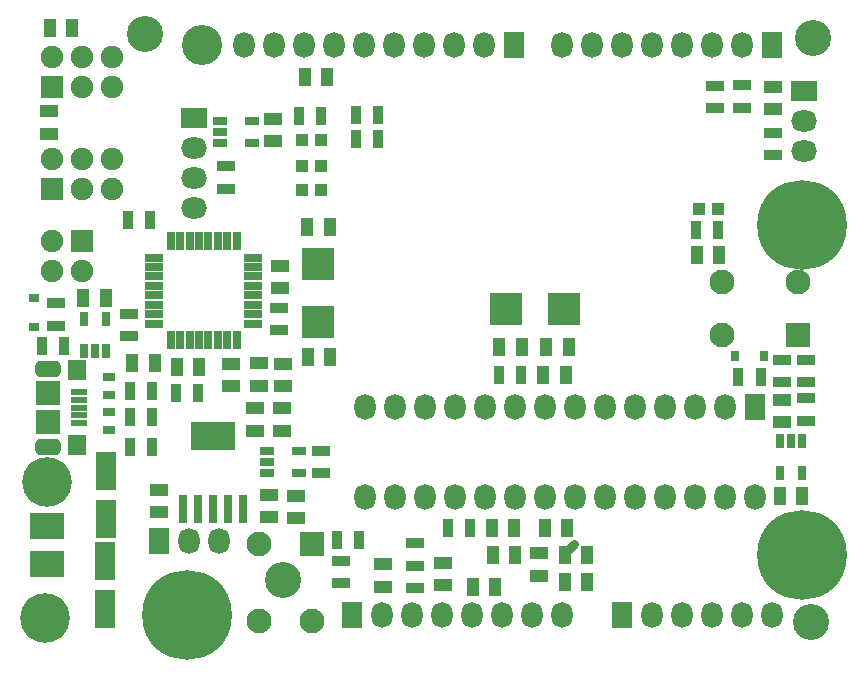
<source format=gts>
G04*
G04 #@! TF.GenerationSoftware,Altium Limited,Altium Designer,21.1.1 (26)*
G04*
G04 Layer_Color=8388736*
%FSLAX44Y44*%
%MOMM*%
G71*
G04*
G04 #@! TF.SameCoordinates,2A0D6200-5384-45BE-AE35-18FCF66999C0*
G04*
G04*
G04 #@! TF.FilePolarity,Negative*
G04*
G01*
G75*
%ADD36R,0.9000X1.5000*%
%ADD37R,0.8000X2.4000*%
%ADD38R,3.7000X2.4000*%
%ADD39R,2.9000X2.2000*%
%ADD40R,1.5000X0.9000*%
%ADD41R,1.8000X3.2000*%
%ADD42R,1.4500X0.5000*%
%ADD43R,2.1000X2.1000*%
%ADD44R,1.6000X1.8000*%
%ADD45R,0.6700X1.6200*%
%ADD46R,1.6200X0.6700*%
%ADD47R,1.2000X0.7500*%
%ADD48R,0.7500X1.2000*%
%ADD49R,2.7000X2.8000*%
%ADD50R,2.8000X2.7000*%
%ADD51R,1.1000X0.8000*%
%ADD52R,1.1000X1.5000*%
%ADD53R,1.5000X1.1000*%
%ADD54R,1.0000X1.0000*%
%ADD55R,0.8858X0.7588*%
%ADD56R,0.7588X0.8858*%
%ADD57C,3.0480*%
%ADD58C,0.8000*%
%ADD59R,2.2000X1.8000*%
%ADD60O,2.2000X1.8000*%
%ADD61R,1.8000X2.2000*%
%ADD62O,1.8000X2.2000*%
%ADD63C,4.2000*%
%ADD64C,1.9000*%
%ADD65R,1.9000X1.9000*%
G04:AMPARAMS|DCode=66|XSize=2.2mm|YSize=1.4mm|CornerRadius=0.46mm|HoleSize=0mm|Usage=FLASHONLY|Rotation=0.000|XOffset=0mm|YOffset=0mm|HoleType=Round|Shape=RoundedRectangle|*
%AMROUNDEDRECTD66*
21,1,2.2000,0.4800,0,0,0.0*
21,1,1.2800,1.4000,0,0,0.0*
1,1,0.9200,0.6400,-0.2400*
1,1,0.9200,-0.6400,-0.2400*
1,1,0.9200,-0.6400,0.2400*
1,1,0.9200,0.6400,0.2400*
%
%ADD66ROUNDEDRECTD66*%
%ADD67C,2.1000*%
%ADD68R,2.1000X2.1000*%
%ADD69C,7.6000*%
%ADD70C,3.4000*%
D36*
X423000Y229000D02*
D03*
X404000D02*
D03*
X301500Y449000D02*
D03*
X282500D02*
D03*
Y428000D02*
D03*
X301500D02*
D03*
X108500Y360000D02*
D03*
X89500D02*
D03*
X110500Y215000D02*
D03*
X91500D02*
D03*
Y193000D02*
D03*
X110500D02*
D03*
Y168000D02*
D03*
X91500D02*
D03*
X379500Y99000D02*
D03*
X360500D02*
D03*
X625500Y227000D02*
D03*
X606500D02*
D03*
X253492Y447802D02*
D03*
X234492D02*
D03*
X589534Y351282D02*
D03*
X570534D02*
D03*
X16764Y253238D02*
D03*
X35764D02*
D03*
X285500Y89000D02*
D03*
X266500D02*
D03*
X149500Y213000D02*
D03*
X130500D02*
D03*
D37*
X136600Y115000D02*
D03*
X149300D02*
D03*
X162000D02*
D03*
X174700D02*
D03*
X187400D02*
D03*
D38*
X162000Y177000D02*
D03*
D39*
X21500Y68750D02*
D03*
Y100750D02*
D03*
D40*
X173250Y386500D02*
D03*
Y405500D02*
D03*
X91000Y261500D02*
D03*
Y280500D02*
D03*
X218000Y266500D02*
D03*
Y285500D02*
D03*
X609346Y473812D02*
D03*
Y454812D02*
D03*
X586740Y454660D02*
D03*
Y473660D02*
D03*
X636000Y433500D02*
D03*
Y414500D02*
D03*
X664000Y208750D02*
D03*
Y189750D02*
D03*
X29210Y270510D02*
D03*
Y289510D02*
D03*
X664000Y222500D02*
D03*
Y241500D02*
D03*
X270000Y71500D02*
D03*
Y52500D02*
D03*
X253000Y164500D02*
D03*
Y145500D02*
D03*
X643500Y222500D02*
D03*
Y241500D02*
D03*
X332740Y85954D02*
D03*
Y66954D02*
D03*
Y47904D02*
D03*
Y66904D02*
D03*
D41*
X70000Y71500D02*
D03*
Y30500D02*
D03*
X71000Y147500D02*
D03*
Y106500D02*
D03*
D42*
X48745Y214000D02*
D03*
Y207500D02*
D03*
Y201000D02*
D03*
Y194500D02*
D03*
Y188000D02*
D03*
D43*
X21995Y213000D02*
D03*
Y189000D02*
D03*
X245500Y85500D02*
D03*
D44*
X46495Y169000D02*
D03*
Y233000D02*
D03*
D45*
X182000Y258000D02*
D03*
X174000D02*
D03*
X166000D02*
D03*
X158000D02*
D03*
X150000D02*
D03*
X142000D02*
D03*
X134000D02*
D03*
X126000D02*
D03*
Y342000D02*
D03*
X134000D02*
D03*
X142000D02*
D03*
X150000D02*
D03*
X158000D02*
D03*
X166000D02*
D03*
X174000D02*
D03*
X182000D02*
D03*
D46*
X112000Y272000D02*
D03*
Y280000D02*
D03*
Y288000D02*
D03*
Y296000D02*
D03*
Y304000D02*
D03*
Y312000D02*
D03*
Y320000D02*
D03*
Y328000D02*
D03*
X196000Y320000D02*
D03*
Y312000D02*
D03*
Y304000D02*
D03*
Y296000D02*
D03*
Y288000D02*
D03*
Y280000D02*
D03*
Y272000D02*
D03*
Y328000D02*
D03*
D47*
X194500Y425000D02*
D03*
Y444000D02*
D03*
X167500Y425000D02*
D03*
Y434500D02*
D03*
Y444000D02*
D03*
X234480Y145440D02*
D03*
Y164440D02*
D03*
X207480Y145440D02*
D03*
Y154940D02*
D03*
Y164440D02*
D03*
D48*
X52250Y249250D02*
D03*
X61750D02*
D03*
X71250D02*
D03*
X52250Y276250D02*
D03*
X71250D02*
D03*
X660500Y172500D02*
D03*
X651000D02*
D03*
X641500D02*
D03*
X660500Y145500D02*
D03*
X641500D02*
D03*
D49*
X409750Y284250D02*
D03*
X458750D02*
D03*
D50*
X251000Y322500D02*
D03*
Y273500D02*
D03*
D51*
X74000Y226500D02*
D03*
Y211500D02*
D03*
Y182000D02*
D03*
Y197000D02*
D03*
D52*
X93522Y238760D02*
D03*
X112522D02*
D03*
X571500Y330200D02*
D03*
X590500D02*
D03*
X459500Y53000D02*
D03*
X478500D02*
D03*
X131000Y235000D02*
D03*
X150000D02*
D03*
X260500Y354000D02*
D03*
X241500D02*
D03*
X261000Y244000D02*
D03*
X242000D02*
D03*
X382000Y49000D02*
D03*
X401000D02*
D03*
X23500Y522000D02*
D03*
X42500D02*
D03*
X478500Y76000D02*
D03*
X459500D02*
D03*
X460500Y229000D02*
D03*
X441500D02*
D03*
X239420Y480568D02*
D03*
X258420D02*
D03*
X417500Y76000D02*
D03*
X398500D02*
D03*
X417000Y99000D02*
D03*
X398000D02*
D03*
X442772Y99314D02*
D03*
X461772D02*
D03*
X423250Y252000D02*
D03*
X404250D02*
D03*
X444000D02*
D03*
X463000D02*
D03*
X660500Y126000D02*
D03*
X641500D02*
D03*
X51866Y293624D02*
D03*
X70866D02*
D03*
D53*
X643500Y188750D02*
D03*
Y207750D02*
D03*
X232000Y126500D02*
D03*
Y107500D02*
D03*
X197000Y181500D02*
D03*
Y200500D02*
D03*
X438000Y58500D02*
D03*
Y77500D02*
D03*
X221250Y219250D02*
D03*
Y238250D02*
D03*
X201000Y238500D02*
D03*
Y219500D02*
D03*
X218250Y302250D02*
D03*
Y321250D02*
D03*
X176750Y238000D02*
D03*
Y219000D02*
D03*
X23000Y432750D02*
D03*
Y451750D02*
D03*
X636000Y472500D02*
D03*
Y453500D02*
D03*
X116000Y112500D02*
D03*
Y131500D02*
D03*
X209000Y108000D02*
D03*
Y127000D02*
D03*
X306000Y49500D02*
D03*
Y68500D02*
D03*
X356616Y50698D02*
D03*
Y69698D02*
D03*
X212500Y426500D02*
D03*
Y445500D02*
D03*
X219964Y181406D02*
D03*
Y200406D02*
D03*
D54*
X589280Y369062D02*
D03*
X573280D02*
D03*
X237492Y427482D02*
D03*
X253492D02*
D03*
X253500Y405500D02*
D03*
X237500D02*
D03*
X253500Y385250D02*
D03*
X237500D02*
D03*
D55*
X10668Y269494D02*
D03*
Y293878D02*
D03*
D56*
X628000Y245000D02*
D03*
X603616D02*
D03*
D57*
X103886Y517652D02*
D03*
X670052Y514096D02*
D03*
X668274Y19558D02*
D03*
X220980Y55118D02*
D03*
D58*
X459500Y78000D02*
X467153Y85653D01*
D59*
X146000Y446000D02*
D03*
X662000Y469000D02*
D03*
D60*
X146000Y420600D02*
D03*
Y395200D02*
D03*
Y369800D02*
D03*
X662000Y418200D02*
D03*
Y443600D02*
D03*
D61*
X116200Y88000D02*
D03*
X416560Y508000D02*
D03*
X635000D02*
D03*
X279400Y25400D02*
D03*
X508000D02*
D03*
X620650Y201930D02*
D03*
D62*
X141600Y88000D02*
D03*
X167000D02*
D03*
X391160Y508000D02*
D03*
X365760D02*
D03*
X340360D02*
D03*
X314960D02*
D03*
X289560D02*
D03*
X264160D02*
D03*
X238760D02*
D03*
X213360D02*
D03*
X187960D02*
D03*
X457200D02*
D03*
X482600D02*
D03*
X508000D02*
D03*
X533400D02*
D03*
X558800D02*
D03*
X584200D02*
D03*
X609600D02*
D03*
X457200Y25400D02*
D03*
X431800D02*
D03*
X406400D02*
D03*
X381000D02*
D03*
X355600D02*
D03*
X330200D02*
D03*
X304800D02*
D03*
X533400D02*
D03*
X558800D02*
D03*
X609600D02*
D03*
X635000D02*
D03*
X584200D02*
D03*
X290450Y125730D02*
D03*
X315850D02*
D03*
X341250D02*
D03*
X366650D02*
D03*
X392050D02*
D03*
X417450D02*
D03*
X442850D02*
D03*
X468250D02*
D03*
X493650D02*
D03*
X519050D02*
D03*
X544450D02*
D03*
X569850D02*
D03*
X595250D02*
D03*
X620650D02*
D03*
X290450Y201930D02*
D03*
X315850D02*
D03*
X341250D02*
D03*
X366650D02*
D03*
X392050D02*
D03*
X417450D02*
D03*
X442850D02*
D03*
X468250D02*
D03*
X493650D02*
D03*
X519050D02*
D03*
X544450D02*
D03*
X569850D02*
D03*
X595250D02*
D03*
D63*
X20000Y23000D02*
D03*
X21000Y138000D02*
D03*
D64*
X25400Y316600D02*
D03*
X50800D02*
D03*
X25400Y342000D02*
D03*
X76200Y411480D02*
D03*
X50800D02*
D03*
X25400D02*
D03*
X76200Y386080D02*
D03*
X50800D02*
D03*
X76200Y497840D02*
D03*
X50800D02*
D03*
X25400D02*
D03*
X76200Y472440D02*
D03*
X50800D02*
D03*
D65*
Y342000D02*
D03*
X25400Y386080D02*
D03*
Y472440D02*
D03*
D66*
X21995Y234000D02*
D03*
Y168000D02*
D03*
D67*
X657500Y307500D02*
D03*
X592500D02*
D03*
Y262500D02*
D03*
X245500Y20500D02*
D03*
X200500D02*
D03*
Y85500D02*
D03*
D68*
X657500Y262500D02*
D03*
D69*
X660400Y76200D02*
D03*
Y355600D02*
D03*
X139700Y25400D02*
D03*
D70*
X152400Y508000D02*
D03*
M02*

</source>
